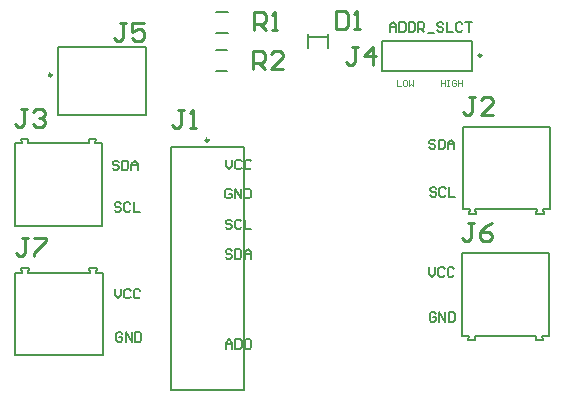
<source format=gto>
G04*
G04 #@! TF.GenerationSoftware,Altium Limited,Altium Designer,23.10.1 (27)*
G04*
G04 Layer_Color=65535*
%FSLAX44Y44*%
%MOMM*%
G71*
G04*
G04 #@! TF.SameCoordinates,1345ED2D-9207-4A2D-A8D2-642164562389*
G04*
G04*
G04 #@! TF.FilePolarity,Positive*
G04*
G01*
G75*
%ADD10C,0.2500*%
%ADD11C,0.2000*%
%ADD12C,0.1000*%
%ADD13C,0.2540*%
D10*
X638840Y566670D02*
G03*
X638840Y566670I-1250J0D01*
G01*
X275000Y550080D02*
G03*
X275000Y550080I-1250J0D01*
G01*
X407650Y494930D02*
G03*
X407650Y494930I-1250J0D01*
G01*
D11*
X631190Y553720D02*
Y579120D01*
X554990D02*
X631190D01*
X554990Y553720D02*
Y579120D01*
Y553720D02*
X631190D01*
X492630Y582370D02*
X508130D01*
X491880Y573120D02*
Y585120D01*
X508880Y573120D02*
Y585120D01*
X414324Y571401D02*
X423791D01*
X414324Y553819D02*
X423791D01*
X414366Y603151D02*
X423834D01*
X414366Y585569D02*
X423834D01*
X280500Y516080D02*
Y573580D01*
Y516080D02*
X354500D01*
Y573580D01*
X280500D02*
X354500D01*
X375850Y283230D02*
X437350D01*
Y488930D01*
X375850D02*
X437350D01*
X375850Y283230D02*
Y488930D01*
X633740Y436450D02*
X686140D01*
X622940D02*
X628740D01*
X627990Y432450D02*
X634490D01*
X627990D02*
X628740Y436450D01*
X633740D02*
X634490Y432450D01*
X691140Y436450D02*
X696940D01*
X685390Y432450D02*
X686140Y436450D01*
X691140D02*
X691890Y432450D01*
X685390D02*
X691890D01*
X622940Y506450D02*
X696940D01*
Y436450D02*
Y506450D01*
X622940Y436450D02*
Y506450D01*
X254470Y492200D02*
X306870D01*
X311870D02*
X317670D01*
X306120Y496200D02*
X312620D01*
X311870Y492200D02*
X312620Y496200D01*
X306120D02*
X306870Y492200D01*
X243670D02*
X249470D01*
X254470D02*
X255220Y496200D01*
X248720D02*
X249470Y492200D01*
X248720Y496200D02*
X255220D01*
X243670Y422200D02*
X317670D01*
X243670D02*
Y492200D01*
X317670Y422200D02*
Y492200D01*
X632930Y329490D02*
X685330D01*
X622130D02*
X627930D01*
X627180Y325490D02*
X633680D01*
X627180D02*
X627930Y329490D01*
X632930D02*
X633680Y325490D01*
X690330Y329490D02*
X696130D01*
X684580Y325490D02*
X685330Y329490D01*
X690330D02*
X691080Y325490D01*
X684580D02*
X691080D01*
X622130Y399490D02*
X696130D01*
Y329490D02*
Y399490D01*
X622130Y329490D02*
Y399490D01*
X254930Y382700D02*
X307330D01*
X312330D02*
X318130D01*
X306580Y386700D02*
X313080D01*
X312330Y382700D02*
X313080Y386700D01*
X306580D02*
X307330Y382700D01*
X244130D02*
X249930D01*
X254930D02*
X255680Y386700D01*
X249180D02*
X249930Y382700D01*
X249180Y386700D02*
X255680D01*
X244130Y312700D02*
X318130D01*
X244130D02*
Y382700D01*
X318130Y312700D02*
Y382700D01*
X422500Y318250D02*
Y323582D01*
X425166Y326247D01*
X427832Y323582D01*
Y318250D01*
Y322249D01*
X422500D01*
X430497Y326247D02*
Y318250D01*
X434496D01*
X435829Y319583D01*
Y324915D01*
X434496Y326247D01*
X430497D01*
X442494D02*
X439828D01*
X438495Y324915D01*
Y319583D01*
X439828Y318250D01*
X442494D01*
X443826Y319583D01*
Y324915D01*
X442494Y326247D01*
X427582Y401414D02*
X426249Y402747D01*
X423583D01*
X422250Y401414D01*
Y400082D01*
X423583Y398749D01*
X426249D01*
X427582Y397416D01*
Y396083D01*
X426249Y394750D01*
X423583D01*
X422250Y396083D01*
X430247Y402747D02*
Y394750D01*
X434246D01*
X435579Y396083D01*
Y401414D01*
X434246Y402747D01*
X430247D01*
X438245Y394750D02*
Y400082D01*
X440911Y402747D01*
X443577Y400082D01*
Y394750D01*
Y398749D01*
X438245D01*
X427582Y426414D02*
X426249Y427747D01*
X423583D01*
X422250Y426414D01*
Y425082D01*
X423583Y423749D01*
X426249D01*
X427582Y422416D01*
Y421083D01*
X426249Y419750D01*
X423583D01*
X422250Y421083D01*
X435579Y426414D02*
X434246Y427747D01*
X431580D01*
X430247Y426414D01*
Y421083D01*
X431580Y419750D01*
X434246D01*
X435579Y421083D01*
X438245Y427747D02*
Y419750D01*
X443577D01*
X427332Y452415D02*
X425999Y453747D01*
X423333D01*
X422000Y452415D01*
Y447083D01*
X423333Y445750D01*
X425999D01*
X427332Y447083D01*
Y449749D01*
X424666D01*
X429997Y445750D02*
Y453747D01*
X435329Y445750D01*
Y453747D01*
X437995D02*
Y445750D01*
X441994D01*
X443326Y447083D01*
Y452415D01*
X441994Y453747D01*
X437995D01*
X422500Y478247D02*
Y472916D01*
X425166Y470250D01*
X427832Y472916D01*
Y478247D01*
X435829Y476914D02*
X434496Y478247D01*
X431830D01*
X430497Y476914D01*
Y471583D01*
X431830Y470250D01*
X434496D01*
X435829Y471583D01*
X443826Y476914D02*
X442494Y478247D01*
X439828D01*
X438495Y476914D01*
Y471583D01*
X439828Y470250D01*
X442494D01*
X443826Y471583D01*
X561250Y586833D02*
Y592164D01*
X563916Y594830D01*
X566582Y592164D01*
Y586833D01*
Y590832D01*
X561250D01*
X569247Y594830D02*
Y586833D01*
X573246D01*
X574579Y588166D01*
Y593497D01*
X573246Y594830D01*
X569247D01*
X577245D02*
Y586833D01*
X581244D01*
X582576Y588166D01*
Y593497D01*
X581244Y594830D01*
X577245D01*
X585242Y586833D02*
Y594830D01*
X589241D01*
X590574Y593497D01*
Y590832D01*
X589241Y589499D01*
X585242D01*
X587908D02*
X590574Y586833D01*
X593240Y585500D02*
X598571D01*
X606569Y593497D02*
X605236Y594830D01*
X602570D01*
X601237Y593497D01*
Y592164D01*
X602570Y590832D01*
X605236D01*
X606569Y589499D01*
Y588166D01*
X605236Y586833D01*
X602570D01*
X601237Y588166D01*
X609235Y594830D02*
Y586833D01*
X614566D01*
X622564Y593497D02*
X621231Y594830D01*
X618565D01*
X617232Y593497D01*
Y588166D01*
X618565Y586833D01*
X621231D01*
X622564Y588166D01*
X625229Y594830D02*
X630561D01*
X627895D01*
Y586833D01*
X600332Y347915D02*
X598999Y349247D01*
X596333D01*
X595000Y347915D01*
Y342583D01*
X596333Y341250D01*
X598999D01*
X600332Y342583D01*
Y345249D01*
X597666D01*
X602997Y341250D02*
Y349247D01*
X608329Y341250D01*
Y349247D01*
X610995D02*
Y341250D01*
X614994D01*
X616326Y342583D01*
Y347915D01*
X614994Y349247D01*
X610995D01*
X594250Y387247D02*
Y381916D01*
X596916Y379250D01*
X599582Y381916D01*
Y387247D01*
X607579Y385914D02*
X606246Y387247D01*
X603580D01*
X602247Y385914D01*
Y380583D01*
X603580Y379250D01*
X606246D01*
X607579Y380583D01*
X615576Y385914D02*
X614244Y387247D01*
X611578D01*
X610245Y385914D01*
Y380583D01*
X611578Y379250D01*
X614244D01*
X615576Y380583D01*
X600582Y453914D02*
X599249Y455247D01*
X596583D01*
X595250Y453914D01*
Y452582D01*
X596583Y451249D01*
X599249D01*
X600582Y449916D01*
Y448583D01*
X599249Y447250D01*
X596583D01*
X595250Y448583D01*
X608579Y453914D02*
X607246Y455247D01*
X604580D01*
X603247Y453914D01*
Y448583D01*
X604580Y447250D01*
X607246D01*
X608579Y448583D01*
X611245Y455247D02*
Y447250D01*
X616576D01*
X599832Y494165D02*
X598499Y495497D01*
X595833D01*
X594500Y494165D01*
Y492832D01*
X595833Y491499D01*
X598499D01*
X599832Y490166D01*
Y488833D01*
X598499Y487500D01*
X595833D01*
X594500Y488833D01*
X602497Y495497D02*
Y487500D01*
X606496D01*
X607829Y488833D01*
Y494165D01*
X606496Y495497D01*
X602497D01*
X610495Y487500D02*
Y492832D01*
X613161Y495497D01*
X615826Y492832D01*
Y487500D01*
Y491499D01*
X610495D01*
X334832Y330914D02*
X333499Y332247D01*
X330833D01*
X329500Y330914D01*
Y325583D01*
X330833Y324250D01*
X333499D01*
X334832Y325583D01*
Y328249D01*
X332166D01*
X337497Y324250D02*
Y332247D01*
X342829Y324250D01*
Y332247D01*
X345495D02*
Y324250D01*
X349494D01*
X350826Y325583D01*
Y330914D01*
X349494Y332247D01*
X345495D01*
X328500Y368997D02*
Y363666D01*
X331166Y361000D01*
X333832Y363666D01*
Y368997D01*
X341829Y367664D02*
X340496Y368997D01*
X337830D01*
X336497Y367664D01*
Y362333D01*
X337830Y361000D01*
X340496D01*
X341829Y362333D01*
X349827Y367664D02*
X348494Y368997D01*
X345828D01*
X344495Y367664D01*
Y362333D01*
X345828Y361000D01*
X348494D01*
X349827Y362333D01*
X333582Y441165D02*
X332249Y442497D01*
X329583D01*
X328250Y441165D01*
Y439832D01*
X329583Y438499D01*
X332249D01*
X333582Y437166D01*
Y435833D01*
X332249Y434500D01*
X329583D01*
X328250Y435833D01*
X341579Y441165D02*
X340246Y442497D01*
X337580D01*
X336247Y441165D01*
Y435833D01*
X337580Y434500D01*
X340246D01*
X341579Y435833D01*
X344245Y442497D02*
Y434500D01*
X349576D01*
X331832Y476414D02*
X330499Y477747D01*
X327833D01*
X326500Y476414D01*
Y475082D01*
X327833Y473749D01*
X330499D01*
X331832Y472416D01*
Y471083D01*
X330499Y469750D01*
X327833D01*
X326500Y471083D01*
X334497Y477747D02*
Y469750D01*
X338496D01*
X339829Y471083D01*
Y476414D01*
X338496Y477747D01*
X334497D01*
X342495Y469750D02*
Y475082D01*
X345161Y477747D01*
X347826Y475082D01*
Y469750D01*
Y473749D01*
X342495D01*
D12*
X567500Y545998D02*
Y541000D01*
X570832D01*
X574998Y545998D02*
X573331D01*
X572498Y545165D01*
Y541833D01*
X573331Y541000D01*
X574998D01*
X575831Y541833D01*
Y545165D01*
X574998Y545998D01*
X577497D02*
Y541000D01*
X579163Y542666D01*
X580829Y541000D01*
Y545998D01*
X604500Y545498D02*
Y540500D01*
Y542999D01*
X607832D01*
Y545498D01*
Y540500D01*
X609498Y545498D02*
X611165D01*
X610331D01*
Y540500D01*
X609498D01*
X611165D01*
X616996Y544665D02*
X616163Y545498D01*
X614497D01*
X613664Y544665D01*
Y541333D01*
X614497Y540500D01*
X616163D01*
X616996Y541333D01*
Y542999D01*
X615330D01*
X618662Y545498D02*
Y540500D01*
Y542999D01*
X621994D01*
Y545498D01*
Y540500D01*
D13*
X445774Y554992D02*
Y570228D01*
X453392D01*
X455931Y567688D01*
Y562610D01*
X453392Y560071D01*
X445774D01*
X450853D02*
X455931Y554992D01*
X471166D02*
X461009D01*
X471166Y565149D01*
Y567688D01*
X468627Y570228D01*
X463548D01*
X461009Y567688D01*
X445816Y588013D02*
Y603247D01*
X453433D01*
X455972Y600708D01*
Y595630D01*
X453433Y593091D01*
X445816D01*
X450894D02*
X455972Y588013D01*
X461051D02*
X466129D01*
X463590D01*
Y603247D01*
X461051Y600708D01*
X254505Y411729D02*
X249426D01*
X251966D01*
Y399033D01*
X249426Y396494D01*
X246887D01*
X244348Y399033D01*
X259583Y411729D02*
X269740D01*
Y409190D01*
X259583Y399033D01*
Y396494D01*
X632457Y424683D02*
X627378D01*
X629917D01*
Y411987D01*
X627378Y409448D01*
X624839D01*
X622300Y411987D01*
X647692Y424683D02*
X642613Y422144D01*
X637535Y417066D01*
Y411987D01*
X640074Y409448D01*
X645153D01*
X647692Y411987D01*
Y414526D01*
X645153Y417066D01*
X637535D01*
X337821Y594357D02*
X332743D01*
X335282D01*
Y581662D01*
X332743Y579123D01*
X330203D01*
X327664Y581662D01*
X353056Y594357D02*
X342899D01*
Y586740D01*
X347977Y589279D01*
X350517D01*
X353056Y586740D01*
Y581662D01*
X350517Y579123D01*
X345438D01*
X342899Y581662D01*
X534211Y574118D02*
X529132D01*
X531672D01*
Y561422D01*
X529132Y558882D01*
X526593D01*
X524054Y561422D01*
X546907Y558882D02*
Y574118D01*
X539289Y566500D01*
X549446D01*
X253997Y521203D02*
X248918D01*
X251458D01*
Y508507D01*
X248918Y505968D01*
X246379D01*
X243840Y508507D01*
X259075Y518664D02*
X261614Y521203D01*
X266693D01*
X269232Y518664D01*
Y516125D01*
X266693Y513586D01*
X264153D01*
X266693D01*
X269232Y511046D01*
Y508507D01*
X266693Y505968D01*
X261614D01*
X259075Y508507D01*
X633473Y531617D02*
X628394D01*
X630933D01*
Y518921D01*
X628394Y516382D01*
X625855D01*
X623316Y518921D01*
X648708Y516382D02*
X638551D01*
X648708Y526539D01*
Y529078D01*
X646169Y531617D01*
X641090D01*
X638551Y529078D01*
X386585Y520187D02*
X381506D01*
X384045D01*
Y507491D01*
X381506Y504952D01*
X378967D01*
X376428Y507491D01*
X391663Y504952D02*
X396741D01*
X394202D01*
Y520187D01*
X391663Y517648D01*
X515623Y604518D02*
Y589282D01*
X523241D01*
X525780Y591822D01*
Y601978D01*
X523241Y604518D01*
X515623D01*
X530858Y589282D02*
X535937D01*
X533398D01*
Y604518D01*
X530858Y601978D01*
M02*

</source>
